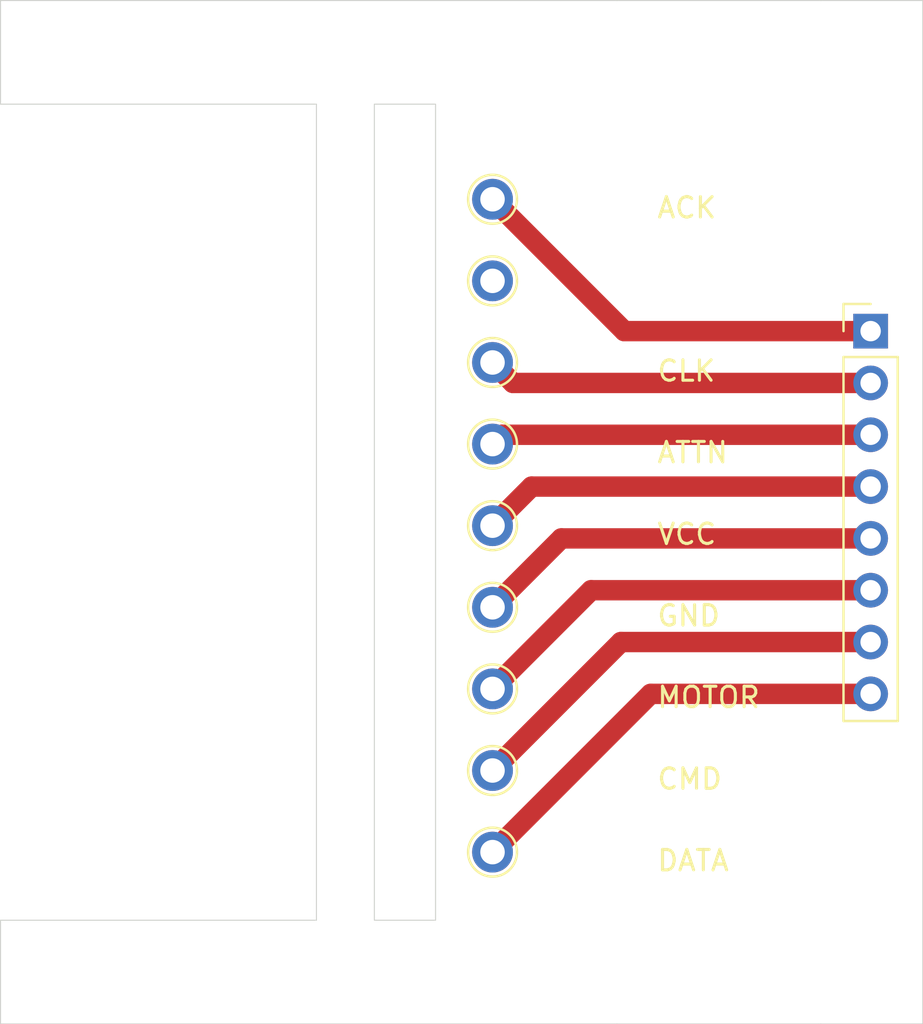
<source format=kicad_pcb>
(kicad_pcb (version 20240108) (generator "pcbnew") (generator_version "8.0")
  (layers (0 "F.Cu" mixed) (31 "B.Cu" mixed) (34 "B.Paste" user) (35 "F.Paste" user) (36 "B.SilkS" user "B.Silkscreen") (37 "F.SilkS" user "F.Silkscreen") (38 "B.Mask" user) (39 "F.Mask" user) (44 "Edge.Cuts" user))
  (net 0 "")
  (footprint "TestPoint:TestPoint_THTPad_D2.0mm_Drill1.0mm" (layer "F.Cu") (at 156.462 77.367625)
    (property "Reference" "REF**" (hide yes))
    (property "Value" "TestPoint_THTPad_D2.0mm_Drill1.0mm" (hide yes))
    (fp_circle (center 0 0) (end 0 1.2) (stroke (width 0.12)) (fill none) (layer "F.SilkS"))
    (pad "6" thru_hole circle (at 0 0) (size 2 2) (drill 1.2) (layers "*.Cu" "*.Mask"))
  )
  (footprint "TestPoint:TestPoint_THTPad_D2.0mm_Drill1.0mm" (layer "F.Cu") (at 156.462 93.367625)
    (property "Reference" "REF**" (hide yes))
    (property "Value" "TestPoint_THTPad_D2.0mm_Drill1.0mm" (hide yes))
    (fp_circle (center 0 0) (end 0 1.2) (stroke (width 0.12)) (fill none) (layer "F.SilkS"))
    (pad "2" thru_hole circle (at 0 0) (size 2 2) (drill 1.2) (layers "*.Cu" "*.Mask"))
  )
  (footprint "TestPoint:TestPoint_THTPad_D2.0mm_Drill1.0mm" (layer "F.Cu") (at 156.462 97.367625)
    (property "Reference" "REF**" (hide yes))
    (property "Value" "TestPoint_THTPad_D2.0mm_Drill1.0mm" (hide yes))
    (fp_circle (center 0 0) (end 0 1.2) (stroke (width 0.12)) (fill none) (layer "F.SilkS"))
    (pad "1" thru_hole circle (at 0 0) (size 2 2) (drill 1.2) (layers "*.Cu" "*.Mask"))
  )
  (footprint "TestPoint:TestPoint_THTPad_D2.0mm_Drill1.0mm" (layer "F.Cu") (at 156.462 89.367625)
    (property "Reference" "REF**" (hide yes))
    (property "Value" "TestPoint_THTPad_D2.0mm_Drill1.0mm" (hide yes))
    (fp_circle (center 0 0) (end 0 1.2) (stroke (width 0.12)) (fill none) (layer "F.SilkS"))
    (pad "3" thru_hole circle (at 0 0) (size 2 2) (drill 1.2) (layers "*.Cu" "*.Mask"))
  )
  (footprint "TestPoint:TestPoint_THTPad_D2.0mm_Drill1.0mm" (layer "F.Cu") (at 156.462 85.367625)
    (property "Reference" "REF**" (hide yes))
    (property "Value" "TestPoint_THTPad_D2.0mm_Drill1.0mm" (hide yes))
    (fp_circle (center 0 0) (end 0 1.2) (stroke (width 0.12)) (fill none) (layer "F.SilkS"))
    (pad "4" thru_hole circle (at 0 0) (size 2 2) (drill 1.2) (layers "*.Cu" "*.Mask"))
  )
  (footprint "TestPoint:TestPoint_THTPad_D2.0mm_Drill1.0mm" (layer "F.Cu") (at 156.462 65.367625)
    (property "Reference" "REF**" (hide yes))
    (property "Value" "TestPoint_THTPad_D2.0mm_Drill1.0mm" (hide yes))
    (fp_circle (center 0 0) (end 0 1.2) (stroke (width 0.12)) (fill none) (layer "F.SilkS"))
    (pad "9" thru_hole circle (at 0 0) (size 2 2) (drill 1.2) (layers "*.Cu" "*.Mask"))
  )
  (footprint "TestPoint:TestPoint_THTPad_D2.0mm_Drill1.0mm" (layer "F.Cu") (at 156.462 69.367625)
    (property "Reference" "REF**" (hide yes))
    (property "Value" "TestPoint_THTPad_D2.0mm_Drill1.0mm" (hide yes))
    (fp_circle (center 0 0) (end 0 1.2) (stroke (width 0.12)) (fill none) (layer "F.SilkS"))
    (pad "8" thru_hole circle (at 0 0) (size 2 2) (drill 1.2) (layers "*.Cu" "*.Mask"))
  )
  (footprint "TestPoint:TestPoint_THTPad_D2.0mm_Drill1.0mm" (layer "F.Cu") (at 156.462 81.367625)
    (property "Reference" "REF**" (hide yes))
    (property "Value" "TestPoint_THTPad_D2.0mm_Drill1.0mm" (hide yes))
    (fp_circle (center 0 0) (end 0 1.2) (stroke (width 0.12)) (fill none) (layer "F.SilkS"))
    (pad "5" thru_hole circle (at 0 0) (size 2 2) (drill 1.2) (layers "*.Cu" "*.Mask"))
  )
  (footprint "TestPoint:TestPoint_THTPad_D2.0mm_Drill1.0mm" (layer "F.Cu") (at 156.462 73.367625)
    (property "Reference" "REF**" (hide yes))
    (property "Value" "TestPoint_THTPad_D2.0mm_Drill1.0mm" (hide yes))
    (fp_circle (center 0 0) (end 0 1.2) (stroke (width 0.12)) (fill none) (layer "F.SilkS"))
    (pad "7" thru_hole circle (at 0 0) (size 2 2) (drill 1.2) (layers "*.Cu" "*.Mask"))
  )
  (footprint "Connector_PinHeader_2.54mm:PinHeader_1x08_P2.54mm_Vertical" (layer "F.Cu") (at 175.004 71.831)
    (property "Reference" "REF**" (hide yes))
    (property "Value" "PinHeader_1x08_P2.54mm_Vertical" (hide yes))
    (fp_line (start -1.33 -1.33) (end 0 -1.33) (stroke (width 0.12)) (layer "F.SilkS"))
    (fp_line (start -1.33 0) (end -1.33 -1.33) (stroke (width 0.12)) (layer "F.SilkS"))
    (fp_line (start -1.33 1.27) (end -1.33 19.11) (stroke (width 0.12)) (layer "F.SilkS"))
    (fp_line (start -1.33 1.27) (end 1.33 1.27) (stroke (width 0.12)) (layer "F.SilkS"))
    (fp_line (start -1.33 19.11) (end 1.33 19.11) (stroke (width 0.12)) (layer "F.SilkS"))
    (fp_line (start 1.33 1.27) (end 1.33 19.11) (stroke (width 0.12)) (layer "F.SilkS"))
    (pad "1" thru_hole rect (at 0 0) (size 1.7 1.7) (drill 1) (layers "*.Cu" "*.Mask"))
    (pad "2" thru_hole oval (at 0 2.54) (size 1.7 1.7) (drill 1) (layers "*.Cu" "*.Mask"))
    (pad "3" thru_hole oval (at 0 5.08) (size 1.7 1.7) (drill 1) (layers "*.Cu" "*.Mask"))
    (pad "4" thru_hole oval (at 0 7.62) (size 1.7 1.7) (drill 1) (layers "*.Cu" "*.Mask"))
    (pad "5" thru_hole oval (at 0 10.16) (size 1.7 1.7) (drill 1) (layers "*.Cu" "*.Mask"))
    (pad "6" thru_hole oval (at 0 12.7) (size 1.7 1.7) (drill 1) (layers "*.Cu" "*.Mask"))
    (pad "7" thru_hole oval (at 0 15.24) (size 1.7 1.7) (drill 1) (layers "*.Cu" "*.Mask"))
    (pad "8" thru_hole oval (at 0 17.78) (size 1.7 1.7) (drill 1) (layers "*.Cu" "*.Mask"))
  )
  (gr_line (start 147.826 60.706) (end 147.826 100.706) (stroke (width 0.05)) (layer "Edge.Cuts"))
  (gr_line (start 147.826 60.706) (end 132.334 60.706) (stroke (width 0.05)) (layer "Edge.Cuts"))
  (gr_line (start 172.56 55.626) (end 162.56 55.626) (stroke (width 0.05)) (layer "Edge.Cuts"))
  (gr_line (start 177.56 105.786) (end 172.56 105.786) (stroke (width 0.05)) (layer "Edge.Cuts"))
  (gr_line (start 132.334 55.626) (end 162.56 55.626) (stroke (width 0.05)) (layer "Edge.Cuts"))
  (gr_line (start 177.56 55.626) (end 177.56 105.786) (stroke (width 0.05)) (layer "Edge.Cuts"))
  (gr_line (start 177.56 55.626) (end 172.56 55.626) (stroke (width 0.05)) (layer "Edge.Cuts"))
  (gr_line (start 132.334 100.706) (end 132.334 105.786) (stroke (width 0.05)) (layer "Edge.Cuts"))
  (gr_line (start 132.334 55.626) (end 132.334 60.706) (stroke (width 0.05)) (layer "Edge.Cuts"))
  (gr_rect (start 150.668 60.706) (end 153.668 100.706) (stroke (width 0.05)) (fill none) (layer "Edge.Cuts"))
  (gr_line (start 132.334 105.786) (end 162.56 105.786) (stroke (width 0.05)) (layer "Edge.Cuts"))
  (gr_line (start 172.56 105.786) (end 162.56 105.786) (stroke (width 0.05)) (layer "Edge.Cuts"))
  (gr_line (start 147.826 100.706) (end 132.334 100.706) (stroke (width 0.05)) (layer "Edge.Cuts"))
  (gr_text "MOTOR" (at 164.462 90.367625 0) (layer "F.SilkS") (effects (font (size 1 1)) (justify left bottom)))
  (gr_text "CLK" (at 164.462 74.367625 0) (layer "F.SilkS") (effects (font (size 1 1)) (justify left bottom)))
  (gr_text "GND" (at 164.462 86.367625 0) (layer "F.SilkS") (effects (font (size 1 1)) (justify left bottom)))
  (gr_text "ATTN" (at 164.462 78.367625 0) (layer "F.SilkS") (effects (font (size 1 1)) (justify left bottom)))
  (gr_text "CMD" (at 164.462 94.367625 0) (layer "F.SilkS") (effects (font (size 1 1)) (justify left bottom)))
  (gr_text "DATA" (at 164.462 98.367625 0) (layer "F.SilkS") (effects (font (size 1 1)) (justify left bottom)))
  (gr_text "VCC" (at 164.462 82.367625 0) (layer "F.SilkS") (effects (font (size 1 1)) (justify left bottom)))
  (gr_text "ACK" (at 164.462 66.367625 0) (layer "F.SilkS") (effects (font (size 1 1)) (justify left bottom)))
  (segment (start 157.465375 74.371) (end 156.462 73.367625) (width 1) (layer "F.Cu") (net 0))
  (segment (start 175.004 79.451) (end 158.378625 79.451) (width 1) (layer "F.Cu") (net 0))
  (segment (start 175.004 81.991) (end 159.838625 81.991) (width 1) (layer "F.Cu") (net 0))
  (segment (start 175.004 74.371) (end 157.465375 74.371) (width 1) (layer "F.Cu") (net 0))
  (segment (start 175.004 89.611) (end 164.218625 89.611) (width 1) (layer "F.Cu") (net 0))
  (segment (start 164.218625 89.611) (end 156.462 97.367625) (width 1) (layer "F.Cu") (net 0))
  (segment (start 158.378625 79.451) (end 156.462 81.367625) (width 1) (layer "F.Cu") (net 0))
  (segment (start 162.758625 87.071) (end 156.462 93.367625) (width 1) (layer "F.Cu") (net 0))
  (segment (start 162.925375 71.831) (end 156.462 65.367625) (width 1) (layer "F.Cu") (net 0))
  (segment (start 161.298625 84.531) (end 156.462 89.367625) (width 1) (layer "F.Cu") (net 0))
  (segment (start 159.838625 81.991) (end 156.462 85.367625) (width 1) (layer "F.Cu") (net 0))
  (segment (start 156.918625 76.911) (end 156.462 77.367625) (width 1) (layer "F.Cu") (net 0))
  (segment (start 175.004 71.831) (end 162.925375 71.831) (width 1) (layer "F.Cu") (net 0))
  (segment (start 175.004 87.071) (end 162.758625 87.071) (width 1) (layer "F.Cu") (net 0))
  (segment (start 175.004 76.911) (end 156.918625 76.911) (width 1) (layer "F.Cu") (net 0))
  (segment (start 175.004 84.531) (end 161.298625 84.531) (width 1) (layer "F.Cu") (net 0))
)
</source>
